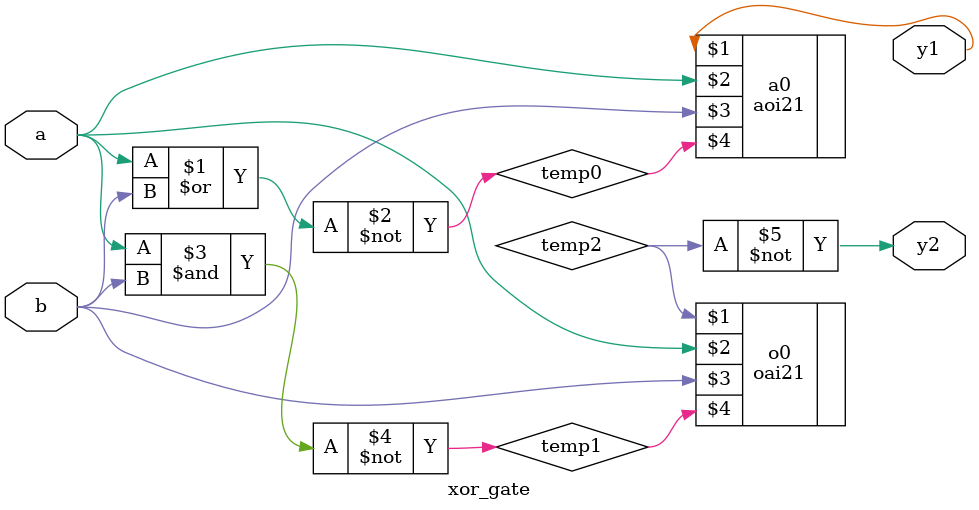
<source format=v>
`timescale 1ns / 1ps


module xor_gate(input a, b, output y1, y2);

wire temp0, temp1, temp2;

nor n0(temp0, a, b);
nand n1(temp1, a, b);
aoi21 a0(y1, a, b, temp0);
oai21 o0(temp2, a, b, temp1);
not n2(y2, temp2);

endmodule

</source>
